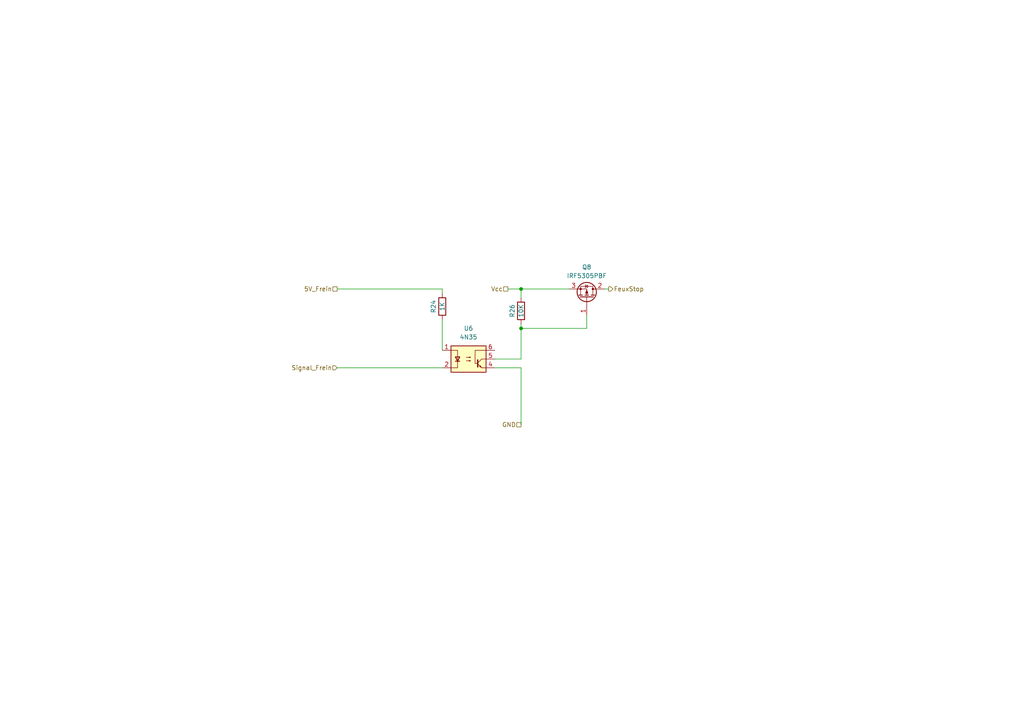
<source format=kicad_sch>
(kicad_sch (version 20211123) (generator eeschema)
  (paper "A4")
  (lib_symbols
    (symbol "Device:R" (pin_numbers hide) (pin_names (offset 0))
      (property "Reference" "R" (at 2.032 0 90))
      (property "Value" "R" (at 0 0 90))
      (symbol "R_0_1"
        (rectangle (start -1.016 -2.54) (end 1.016 2.54) (stroke (width 0.254)))
      )
      (symbol "R_1_1"
        (pin passive line (at 0 3.81 270) (length 1.27) (name "~") (number "1"))
        (pin passive line (at 0 -3.81 90) (length 1.27) (name "~") (number "2"))
      )
    )
    (symbol "Isolator:4N35" (pin_names (offset 1.016))
      (property "Reference" "U" (at -5.08 5.08 0))
      (property "Value" "4N35" (at 0 5.08 0))
      (symbol "4N35_0_1"
        (rectangle (start -5.08 3.81) (end 5.08 -3.81) (stroke (width 0.254)) (fill (type background)))
        (polyline (pts (xy -3.81 -0.635) (xy -2.54 -0.635)) (stroke (width 0.254)))
        (polyline (pts (xy 2.667 -1.397) (xy 3.81 -2.54)))
        (polyline (pts (xy 2.667 -1.143) (xy 3.81 0)))
        (polyline (pts (xy 3.81 -2.54) (xy 5.08 -2.54)))
        (polyline (pts (xy 3.81 0) (xy 5.08 0)))
        (polyline (pts (xy 2.667 -0.254) (xy 2.667 -2.286) (xy 2.667 -2.286)) (stroke (width 0.3556)))
        (polyline (pts (xy -5.08 -2.54) (xy -3.175 -2.54) (xy -3.175 2.54) (xy -5.08 2.54)))
        (polyline (pts (xy -3.175 -0.635) (xy -3.81 0.635) (xy -2.54 0.635) (xy -3.175 -0.635)) (stroke (width 0.254)))
        (polyline (pts (xy 3.683 -2.413) (xy 3.429 -1.905) (xy 3.175 -2.159) (xy 3.683 -2.413)))
        (polyline (pts (xy 5.08 2.54) (xy 1.905 2.54) (xy 1.905 -1.27) (xy 2.54 -1.27)))
        (polyline (pts (xy -0.635 -0.508) (xy 0.635 -0.508) (xy 0.254 -0.635) (xy 0.254 -0.381) (xy 0.635 -0.508)))
        (polyline (pts (xy -0.635 0.508) (xy 0.635 0.508) (xy 0.254 0.381) (xy 0.254 0.635) (xy 0.635 0.508)))
      )
      (symbol "4N35_1_1"
        (pin passive line (at -7.62 2.54 0) (length 2.54) (name "~") (number "1"))
        (pin passive line (at -7.62 -2.54 0) (length 2.54) (name "~") (number "2"))
        (pin no_connect line (at -5.08 0 0) (length 2.54) hide (name "NC") (number "3"))
        (pin passive line (at 7.62 -2.54 180) (length 2.54) (name "~") (number "4"))
        (pin passive line (at 7.62 0 180) (length 2.54) (name "~") (number "5"))
        (pin passive line (at 7.62 2.54 180) (length 2.54) (name "~") (number "6"))
      )
    )
    (symbol "Transistor_FET:FQP27P06" (pin_names hide)
      (property "Reference" "Q" (at 5.08 1.905 0))
      (property "Value" "FQP27P06" (at 5.08 0 0))
      (symbol "FQP27P06_0_1"
        (polyline (pts (xy 0.254 0) (xy -2.54 0)))
        (polyline (pts (xy 0.254 1.905) (xy 0.254 -1.905)) (stroke (width 0.254)))
        (polyline (pts (xy 0.762 -1.27) (xy 0.762 -2.286)) (stroke (width 0.254)))
        (polyline (pts (xy 0.762 0.508) (xy 0.762 -0.508)) (stroke (width 0.254)))
        (polyline (pts (xy 0.762 2.286) (xy 0.762 1.27)) (stroke (width 0.254)))
        (polyline (pts (xy 2.54 2.54) (xy 2.54 1.778)))
        (polyline (pts (xy 2.54 -2.54) (xy 2.54 0) (xy 0.762 0)))
        (polyline (pts (xy 0.762 1.778) (xy 3.302 1.778) (xy 3.302 -1.778) (xy 0.762 -1.778)))
        (polyline (pts (xy 2.286 0) (xy 1.27 0.381) (xy 1.27 -0.381) (xy 2.286 0)) (fill (type outline)))
        (polyline (pts (xy 2.794 -0.508) (xy 2.921 -0.381) (xy 3.683 -0.381) (xy 3.81 -0.254)))
        (polyline (pts (xy 3.302 -0.381) (xy 2.921 0.254) (xy 3.683 0.254) (xy 3.302 -0.381)))
        (circle (center 1.651 0) (radius 2.794) (stroke (width 0.254)))
        (circle (center 2.54 -1.778) (radius 0.254) (fill (type outline)))
        (circle (center 2.54 1.778) (radius 0.254) (fill (type outline)))
      )
      (symbol "FQP27P06_1_1"
        (pin input line (at -5.08 0 0) (length 2.54) (name "G") (number "1"))
        (pin passive line (at 2.54 5.08 270) (length 2.54) (name "D") (number "2"))
        (pin passive line (at 2.54 -5.08 90) (length 2.54) (name "S") (number "3"))
      )
    )
  )
  (junction (at 151.13 83.82))
  (junction (at 151.13 95.25))
  (wire (pts (xy 128.27 85.09) (xy 128.27 83.82)))
  (wire (pts (xy 151.13 83.82) (xy 151.13 86.36)))
  (wire (pts (xy 151.13 93.98) (xy 151.13 95.25)))
  (wire (pts (xy 147.32 83.82) (xy 151.13 83.82)))
  (wire (pts (xy 151.13 104.14) (xy 143.51 104.14)))
  (wire (pts (xy 151.13 95.25) (xy 151.13 104.14)))
  (wire (pts (xy 151.13 106.68) (xy 143.51 106.68)))
  (wire (pts (xy 151.13 106.68) (xy 151.13 123.19)))
  (wire (pts (xy 128.27 92.71) (xy 128.27 101.6)))
  (wire (pts (xy 170.18 95.25) (xy 170.18 91.44)))
  (wire (pts (xy 151.13 83.82) (xy 165.1 83.82)))
  (wire (pts (xy 97.79 83.82) (xy 128.27 83.82)))
  (wire (pts (xy 151.13 95.25) (xy 170.18 95.25)))
  (wire (pts (xy 97.79 106.68) (xy 128.27 106.68)))
  (wire (pts (xy 175.26 83.82) (xy 176.53 83.82)))
  (hierarchical_label "Vcc" (shape passive) (at 147.32 83.82 180))
  (hierarchical_label "Signal_Frein" (shape input) (at 97.79 106.68 180))
  (hierarchical_label "5V_Frein" (shape passive) (at 97.79 83.82 180))
  (hierarchical_label "GND" (shape passive) (at 151.13 123.19 180))
  (hierarchical_label "FeuxStop" (shape output) (at 176.53 83.82 0))
  (symbol (lib_id "Device:R") (at 128.27 88.9 180) (unit 1)
    (property "Reference" "R24" (at 125.73 88.9 90))
    (property "Value" "1K" (at 128.27 88.9 90))
    (property "Footprint" "Resistor_THT:R_Axial_DIN0207_L6.3mm_D2.5mm_P10.16mm_Horizontal" (effects hide))
  )
  (symbol (lib_id "Device:R") (at 151.13 90.17 0) (mirror y) (unit 1)
    (property "Reference" "R26" (at 148.59 90.17 90))
    (property "Value" "10K" (at 151.13 90.17 90))
    (property "Footprint" "Resistor_THT:R_Axial_DIN0207_L6.3mm_D2.5mm_P10.16mm_Horizontal" (effects hide))
  )
  (symbol (lib_id "Transistor_FET:FQP27P06") (at 170.18 86.36 270) (mirror x) (unit 1)
    (property "Reference" "Q8" (at 170.18 77.47 90))
    (property "Value" "IRF5305PBF" (at 170.18 80.01 90))
    (property "Footprint" "circuit:TO-220-3_Vertical" (effects hide))
  )
  (symbol (lib_id "Isolator:4N35") (at 135.89 104.14 0) (unit 1)
    (property "Reference" "U6" (at 135.89 95.25 0))
    (property "Value" "4N35" (at 135.89 97.79 0))
    (property "Footprint" "Package_DIP:DIP-6_W7.62mm" (effects hide))
    (property "Datasheet" "https://www.vishay.com/docs/81181/4n35.pdf" (effects hide))
  )
)
</source>
